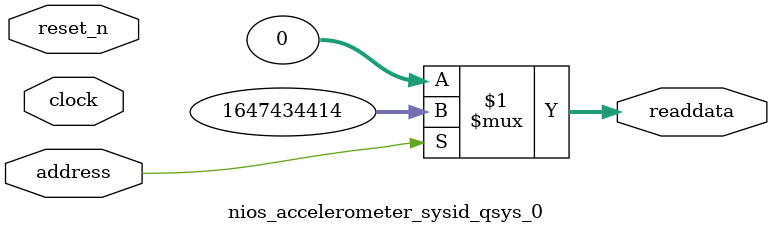
<source format=v>



// synthesis translate_off
`timescale 1ns / 1ps
// synthesis translate_on

// turn off superfluous verilog processor warnings 
// altera message_level Level1 
// altera message_off 10034 10035 10036 10037 10230 10240 10030 

module nios_accelerometer_sysid_qsys_0 (
               // inputs:
                address,
                clock,
                reset_n,

               // outputs:
                readdata
             )
;

  output  [ 31: 0] readdata;
  input            address;
  input            clock;
  input            reset_n;

  wire    [ 31: 0] readdata;
  //control_slave, which is an e_avalon_slave
  assign readdata = address ? 1647434414 : 0;

endmodule



</source>
